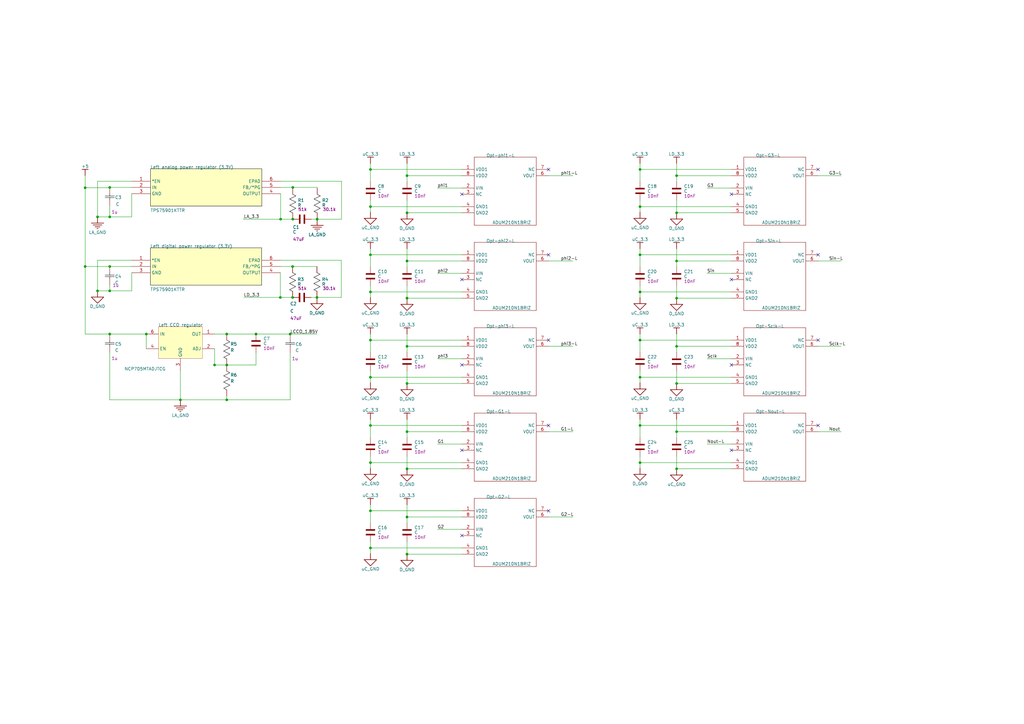
<source format=kicad_sch>
(kicad_sch (version 20250114) (generator "eeschema") (generator_version "9.0")
  (paper "A3")
  (junction (at 277.5 72.0422))
  (junction (at 88 149.7022))
  (junction (at 166.94 87.2822))
  (junction (at 166.94 72.0422))
  (junction (at 45 137.0022))
  (junction (at 45 88.9622))
  (junction (at 166.94 212.0422))
  (junction (at 277.5 122.2822))
  (junction (at 74 164.0022))
  (junction (at 277.5 142.0422))
  (junction (at 105 137.0022))
  (junction (at 93 137.0022))
  (junction (at 262.5 174.5022))
  (junction (at 119 137.0022))
  (junction (at 151.94 139.5022))
  (junction (at 151.94 154.7422))
  (junction (at 151.94 189.7422))
  (junction (at 277.5 177.0422))
  (junction (at 277.5 87.2822))
  (junction (at 262.5 84.7422))
  (junction (at 130.08 89.8822))
  (junction (at 262.5 154.7422))
  (junction (at 151.94 104.5022))
  (junction (at 262.5 119.7422))
  (junction (at 45 109.3022))
  (junction (at 115.08 89.8822))
  (junction (at 120.08 76.8822))
  (junction (at 34.92 77.0022))
  (junction (at 166.94 157.2822))
  (junction (at 166.94 227.2822))
  (junction (at 40 119.3022))
  (junction (at 277.5 157.2822))
  (junction (at 120 122.0022))
  (junction (at 130 122.0022))
  (junction (at 262.5 189.7422))
  (junction (at 277.5 107.0422))
  (junction (at 262.5 139.5022))
  (junction (at 45 119.3022))
  (junction (at 60 137.0022))
  (junction (at 151.94 174.5022))
  (junction (at 166.94 192.2822))
  (junction (at 277.5 192.2822))
  (junction (at 166.94 122.2822))
  (junction (at 93 164.0022))
  (junction (at 115 122.0022))
  (junction (at 40 88.9622))
  (junction (at 151.94 209.5022))
  (junction (at 151.94 69.5022))
  (junction (at 93 149.7022))
  (junction (at 166.94 142.0422))
  (junction (at 120.08 89.8822))
  (junction (at 262.5 69.5022))
  (junction (at 151.94 84.7422))
  (junction (at 166.94 177.0422))
  (junction (at 151.94 224.7422))
  (junction (at 166.94 107.0422))
  (junction (at 34.92 109.3022))
  (junction (at 262.5 104.5022))
  (junction (at 45 76.8822))
  (junction (at 151.94 119.7422))
  (junction (at 120 109.3022))
  (no_connect (at 225 104.5022))
  (no_connect (at 335.56 139.5022))
  (no_connect (at 189.44 79.6622))
  (no_connect (at 189.44 219.6622))
  (no_connect (at 300 79.6622))
  (no_connect (at 225 69.5022))
  (no_connect (at 189.44 149.6622))
  (no_connect (at 335.56 174.5022))
  (no_connect (at 225 174.5022))
  (no_connect (at 189.44 184.6622))
  (no_connect (at 189.44 114.6622))
  (no_connect (at 225 139.5022))
  (no_connect (at 335.56 104.5022))
  (no_connect (at 335.56 69.5022))
  (no_connect (at 225 209.5022))
  (no_connect (at 300 114.6622))
  (no_connect (at 300 184.6622))
  (no_connect (at 300 149.6622))
  (wire (pts (xy 189.44 177.0422) (xy 166.94 177.0422)))
  (wire (pts (xy 151.94 157.0022) (xy 151.94 154.7422)))
  (wire (pts (xy 166.94 227.2822) (xy 166.94 222.1222)))
  (wire (pts (xy 40 88.9622) (xy 40 74.3422)))
  (wire (pts (xy 151.94 154.7422) (xy 189.44 154.7422)))
  (wire (pts (xy 262.5 144.5022) (xy 262.5 139.5022)))
  (wire (pts (xy 262.5 84.7422) (xy 262.5 87.0022)))
  (wire (pts (xy 140.074 89.8822) (xy 140.074 74.3422)))
  (wire (pts (xy 115 106.7622) (xy 140 106.7622)))
  (wire (pts (xy 262.5 69.5022) (xy 262.5 67.0022)))
  (wire (pts (xy 119 137.0022) (xy 130 137.0022)))
  (wire (pts (xy 262.5 189.7422) (xy 262.5 187.1222)))
  (wire (pts (xy 45 84.5022) (xy 45 88.9622)))
  (wire (pts (xy 277.5 157.2822) (xy 277.5 152.1222)))
  (wire (pts (xy 151.94 102.0022) (xy 151.94 104.5022)))
  (wire (pts (xy 151.94 82.1222) (xy 151.94 84.7422)))
  (wire (pts (xy 300 174.5022) (xy 262.5 174.5022)))
  (wire (pts (xy 151.94 119.7422) (xy 151.94 117.1222)))
  (wire (pts (xy 300 192.2822) (xy 277.5 192.2822)))
  (wire (pts (xy 34.92 77.0022) (xy 34.92 72.0022)))
  (wire (pts (xy 151.94 139.5022) (xy 189.44 139.5022)))
  (wire (pts (xy 262.5 104.5022) (xy 262.5 102.0022)))
  (wire (pts (xy 54.08 76.8822) (xy 45 76.8822)))
  (wire (pts (xy 45 119.3022) (xy 40 119.3022)))
  (wire (pts (xy 100 89.8822) (xy 115.08 89.8822)))
  (wire (pts (xy 189.44 192.2822) (xy 166.94 192.2822)))
  (wire (pts (xy 300 157.2822) (xy 277.5 157.2822)))
  (wire (pts (xy 151.94 224.7422) (xy 151.94 222.1222)))
  (wire (pts (xy 45 76.8822) (xy 45 77.0022)))
  (wire (pts (xy 189.44 119.7422) (xy 151.94 119.7422)))
  (wire (pts (xy 166.94 107.0422) (xy 166.94 102.0022)))
  (wire (pts (xy 130.08 77.1822) (xy 130.08 76.8822)))
  (wire (pts (xy 335.56 72.0422) (xy 345 72.0422)))
  (wire (pts (xy 151.94 144.5022) (xy 151.94 139.5022)))
  (wire (pts (xy 151.94 209.5022) (xy 189.44 209.5022)))
  (wire (pts (xy 151.94 137.0022) (xy 151.94 139.5022)))
  (wire (pts (xy 166.94 142.0422) (xy 166.94 137.0022)))
  (wire (pts (xy 54 79.4222) (xy 54.08 79.4222)))
  (wire (pts (xy 277.5 87.2822) (xy 277.5 82.1222)))
  (wire (pts (xy 120.08 76.8822) (xy 120.08 77.1822)))
  (wire (pts (xy 151.94 119.7422) (xy 151.94 122.0022)))
  (wire (pts (xy 262.5 154.7422) (xy 262.5 157.0022)))
  (wire (pts (xy 151.94 69.5022) (xy 189.44 69.5022)))
  (wire (pts (xy 130.08 89.8822) (xy 140.074 89.8822)))
  (wire (pts (xy 119 164.0022) (xy 93 164.0022)))
  (wire (pts (xy 189.44 122.2822) (xy 166.94 122.2822)))
  (wire (pts (xy 166.94 212.0422) (xy 189.44 212.0422)))
  (wire (pts (xy 277.5 107.0422) (xy 277.5 102.0022)))
  (wire (pts (xy 189.44 72.0422) (xy 166.94 72.0422)))
  (wire (pts (xy 300 84.7422) (xy 262.5 84.7422)))
  (wire (pts (xy 166.94 192.2822) (xy 166.94 187.1222)))
  (wire (pts (xy 151.94 84.7422) (xy 151.94 87.0022)))
  (wire (pts (xy 34.92 109.3022) (xy 34.92 137.0022)))
  (wire (pts (xy 120 109.3022) (xy 130 109.3022)))
  (wire (pts (xy 300 72.0422) (xy 277.5 72.0422)))
  (wire (pts (xy 34.92 137.0022) (xy 45 137.0022)))
  (wire (pts (xy 277.5 142.0422) (xy 300 142.0422)))
  (wire (pts (xy 262.5 84.7422) (xy 262.5 82.1222)))
  (wire (pts (xy 262.5 74.5022) (xy 262.5 69.5022)))
  (wire (pts (xy 166.94 177.0422) (xy 166.94 172.0022)))
  (wire (pts (xy 189.44 112.1222) (xy 179.44 112.1222)))
  (wire (pts (xy 300 182.1222) (xy 290 182.1222)))
  (wire (pts (xy 151.94 174.5022) (xy 189.44 174.5022)))
  (wire (pts (xy 88 150.0022) (xy 88 149.7022)))
  (wire (pts (xy 300 107.0422) (xy 277.5 107.0422)))
  (wire (pts (xy 262.5 119.7422) (xy 262.5 117.1222)))
  (wire (pts (xy 40 106.7622) (xy 54.04 106.7622)))
  (wire (pts (xy 166.94 157.2822) (xy 166.94 152.1222)))
  (wire (pts (xy 225 212.0422) (xy 235 212.0422)))
  (wire (pts (xy 277.5 72.0422) (xy 277.5 74.5022)))
  (wire (pts (xy 130.08 76.8822) (xy 120.08 76.8822)))
  (wire (pts (xy 262.5 192.0022) (xy 262.5 189.7422)))
  (wire (pts (xy 140 106.7622) (xy 140 122.0022)))
  (wire (pts (xy 40 119.3022) (xy 40 106.7622)))
  (wire (pts (xy 300 122.2822) (xy 277.5 122.2822)))
  (wire (pts (xy 54.04 109.3022) (xy 45 109.3022)))
  (wire (pts (xy 115.04 79.4222) (xy 115.08 79.4222)))
  (wire (pts (xy 93 164.0022) (xy 74 164.0022)))
  (wire (pts (xy 166.94 87.2822) (xy 166.94 82.1222)))
  (wire (pts (xy 151.94 179.5022) (xy 151.94 174.5022)))
  (wire (pts (xy 262.5 69.5022) (xy 300 69.5022)))
  (wire (pts (xy 225 177.0422) (xy 235 177.0422)))
  (wire (pts (xy 189.44 147.1222) (xy 179.44 147.1222)))
  (wire (pts (xy 115 122.0022) (xy 115 111.8422)))
  (wire (pts (xy 119 137.0022) (xy 105 137.0022)))
  (wire (pts (xy 151.94 227.0022) (xy 151.94 224.7422)))
  (wire (pts (xy 45 88.9622) (xy 54 88.9622)))
  (wire (pts (xy 45 77.0022) (xy 34.92 77.0022)))
  (wire (pts (xy 120 122.0022) (xy 115 122.0022)))
  (wire (pts (xy 45 109.3022) (xy 34.92 109.3022)))
  (wire (pts (xy 151.94 192.0022) (xy 151.94 189.7422)))
  (wire (pts (xy 225 107.0422) (xy 235 107.0422)))
  (wire (pts (xy 262.5 137.0022) (xy 262.5 139.5022)))
  (wire (pts (xy 262.5 119.7422) (xy 262.5 122.0022)))
  (wire (pts (xy 105 137.0022) (xy 93 137.0022)))
  (wire (pts (xy 34.92 109.3022) (xy 34.92 77.0022)))
  (wire (pts (xy 100 122.0022) (xy 115 122.0022)))
  (wire (pts (xy 225 142.0422) (xy 235 142.0422)))
  (wire (pts (xy 262.5 109.5022) (xy 262.5 104.5022)))
  (wire (pts (xy 277.5 137.0022) (xy 277.5 142.0422)))
  (wire (pts (xy 130 122.0022) (xy 127.62 122.0022)))
  (wire (pts (xy 189.44 227.2822) (xy 166.94 227.2822)))
  (wire (pts (xy 277.5 192.2822) (xy 277.5 187.1222)))
  (wire (pts (xy 189.44 157.2822) (xy 166.94 157.2822)))
  (wire (pts (xy 300 87.2822) (xy 277.5 87.2822)))
  (wire (pts (xy 151.94 104.5022) (xy 189.44 104.5022)))
  (wire (pts (xy 262.5 104.5022) (xy 300 104.5022)))
  (wire (pts (xy 115.04 76.8822) (xy 120.08 76.8822)))
  (wire (pts (xy 262.5 139.5022) (xy 300 139.5022)))
  (wire (pts (xy 93 137.0022) (xy 88 137.0022)))
  (wire (pts (xy 115.08 89.8822) (xy 120.08 89.8822)))
  (wire (pts (xy 166.94 72.0422) (xy 166.94 67.0022)))
  (wire (pts (xy 300 147.1222) (xy 290 147.1222)))
  (wire (pts (xy 166.94 109.5022) (xy 166.94 107.0422)))
  (wire (pts (xy 300 112.1222) (xy 290 112.1222)))
  (wire (pts (xy 45 144.6222) (xy 45 164.0022)))
  (wire (pts (xy 262.5 174.5022) (xy 262.5 172.0022)))
  (wire (pts (xy 189.44 182.1222) (xy 179.44 182.1222)))
  (wire (pts (xy 189.44 87.2822) (xy 166.94 87.2822)))
  (wire (pts (xy 189.44 189.7422) (xy 151.94 189.7422)))
  (wire (pts (xy 277.5 177.0422) (xy 277.5 179.5022)))
  (wire (pts (xy 262.5 154.7422) (xy 262.5 152.1222)))
  (wire (pts (xy 74 164.0022) (xy 74 152.0022)))
  (wire (pts (xy 88 149.7022) (xy 93 149.7022)))
  (wire (pts (xy 277.5 172.0022) (xy 277.5 177.0422)))
  (wire (pts (xy 45 137.0022) (xy 60 137.0022)))
  (wire (pts (xy 151.94 69.5022) (xy 151.94 67.0022)))
  (wire (pts (xy 140.074 74.3422) (xy 115.04 74.3422)))
  (wire (pts (xy 300 77.1222) (xy 290 77.1222)))
  (wire (pts (xy 151.94 174.5022) (xy 151.94 172.0022)))
  (wire (pts (xy 166.94 122.2822) (xy 166.94 117.1222)))
  (wire (pts (xy 166.94 212.0422) (xy 166.94 207.0022)))
  (wire (pts (xy 93 162.4022) (xy 93 164.0022)))
  (wire (pts (xy 277.5 109.5022) (xy 277.5 107.0422)))
  (wire (pts (xy 300 119.7422) (xy 262.5 119.7422)))
  (wire (pts (xy 166.94 144.5022) (xy 166.94 142.0422)))
  (wire (pts (xy 151.94 189.7422) (xy 151.94 187.1222)))
  (wire (pts (xy 189.44 107.0422) (xy 166.94 107.0422)))
  (wire (pts (xy 277.5 122.2822) (xy 277.5 117.1222)))
  (wire (pts (xy 262.5 179.5022) (xy 262.5 174.5022)))
  (wire (pts (xy 151.94 74.5022) (xy 151.94 69.5022)))
  (wire (pts (xy 166.94 74.5022) (xy 166.94 72.0422)))
  (wire (pts (xy 119 144.7022) (xy 119 164.0022)))
  (wire (pts (xy 166.94 214.5022) (xy 166.94 212.0422)))
  (wire (pts (xy 300 154.7422) (xy 262.5 154.7422)))
  (wire (pts (xy 40 74.3422) (xy 54.08 74.3422)))
  (wire (pts (xy 54 119.3022) (xy 45 119.3022)))
  (wire (pts (xy 277.5 72.0422) (xy 277.5 67.0022)))
  (wire (pts (xy 115 109.3022) (xy 120 109.3022)))
  (wire (pts (xy 60 143.0022) (xy 60 137.0022)))
  (wire (pts (xy 115.08 79.4222) (xy 115.08 89.8822)))
  (wire (pts (xy 335.56 142.0422) (xy 345 142.0422)))
  (wire (pts (xy 189.44 77.1222) (xy 179.44 77.1222)))
  (wire (pts (xy 151.94 214.5022) (xy 151.94 209.5022)))
  (wire (pts (xy 189.44 142.0422) (xy 166.94 142.0422)))
  (wire (pts (xy 300 177.0422) (xy 277.5 177.0422)))
  (wire (pts (xy 105 149.7022) (xy 105 144.6222)))
  (wire (pts (xy 140 122.0022) (xy 130 122.0022)))
  (wire (pts (xy 127.7 89.8822) (xy 130.08 89.8822)))
  (wire (pts (xy 45 116.9222) (xy 45 119.3022)))
  (wire (pts (xy 166.94 177.0422) (xy 166.94 179.5022)))
  (wire (pts (xy 300 189.7422) (xy 262.5 189.7422)))
  (wire (pts (xy 335.56 107.0422) (xy 345 107.0422)))
  (wire (pts (xy 45 88.9622) (xy 40 88.9622)))
  (wire (pts (xy 225 72.0422) (xy 235 72.0422)))
  (wire (pts (xy 54 88.9622) (xy 54 79.4222)))
  (wire (pts (xy 88 149.7022) (xy 88 143.0022)))
  (wire (pts (xy 277.5 144.5022) (xy 277.5 142.0422)))
  (wire (pts (xy 54.04 111.8422) (xy 54 119.3022)))
  (wire (pts (xy 151.94 84.7422) (xy 189.44 84.7422)))
  (wire (pts (xy 119 137.0822) (xy 119 137.0022)))
  (wire (pts (xy 151.94 109.5022) (xy 151.94 104.5022)))
  (wire (pts (xy 151.94 209.5022) (xy 151.94 207.0022)))
  (wire (pts (xy 335.56 177.0422) (xy 345 177.0422)))
  (wire (pts (xy 189.44 217.1222) (xy 179.44 217.1222)))
  (wire (pts (xy 45 164.0022) (xy 74 164.0022)))
  (wire (pts (xy 189.44 224.7422) (xy 151.94 224.7422)))
  (wire (pts (xy 100 89.5022) (xy 100 89.8822)))
  (wire (pts (xy 151.94 154.7422) (xy 151.94 152.1222)))
  (wire (pts (xy 93 149.7022) (xy 105 149.7022)))
  (label "Sclk-L" (at 340 142.0422 0))
  (label "G2" (at 179.44 217.1222 0))
  (label "Sclk" (at 290 147.1222 0))
  (label "Nout-L" (at 290 182.1222 0))
  (label "G1-L" (at 230 177.0422 0))
  (label "Sin" (at 290 112.1222 0))
  (label "LD_3.3" (at 100 122.0022 0))
  (label "phi1-L" (at 230 72.0422 0))
  (label "G2-L" (at 230 212.0422 0))
  (label "LCCO_1.85V" (at 119 137.0822 0))
  (label "phi2" (at 179.44 112.1222 0))
  (label "Nout" (at 340 177.0422 0))
  (label "phi2-L" (at 230 107.0422 0))
  (label "LA_3.3" (at 100 89.8822 0))
  (label "phi3-L" (at 230 142.0422 0))
  (label "Sin-L" (at 340 107.0422 0))
  (label "phi3" (at 179.44 147.1222 0))
  (label "G3-L" (at 340 72.0422 0))
  (label "G3" (at 290 77.1222 0))
  (label "phi1" (at 179.44 77.1222 0))
  (label "G1" (at 179.44 182.1222 0))
  (symbol (lib_id "CBCM test PCB-altium-import:LA_GND_POWER_GROUND") (at 40 88.9622 0) (unit 1)
    (property "Reference" "#PWR?" (effects (hide yes)))
    (property "Value" "LA_GND" (at 40 95.3122 0))
  )
  (symbol (lib_id "130k 0603 RES:root_1_RC0603FR-07130KL_130k 0603 RES.SchLib") (at 93 149.7022 0) (unit 1)
    (property "Reference" "R5" (at 94.524 141.8282 0) (effects (justify left bottom)))
    (property "Value" "R" (at 94.524 144.3682 0) (effects (justify left bottom)))
    (property "Footprint" "RC0603N" (effects (hide yes)))
    (property "Description" "Imported" (effects (hide yes)))
    (property "VENDOR" "Yageo" (effects (hide yes)))
    (property "BUILT_BY" "EMA_UL_Team" (effects (hide yes)))
    (property "REFDES" "RefDes" (effects (hide yes)))
    (property "TYPE" "DEV" (effects (hide yes)))
    (property "ALTIUM_VALUE" "130k" (effects (hide yes)))
    (property "C" "Copyright (C) 2015 Accelerated Designs. All rights reserved" (effects (hide yes)))
    (property "MANUFACTURER PART NUMBER" "RC0603FR-07130KL" (effects (hide yes)))
  )
  (symbol (lib_id "ADUM210N1BRIZ:root_0_ADUM210N1BRIZ_ADUM210N1BRIZ.SchLib") (at 207.22 214.5822 0) (unit 1)
    (property "Reference" "Opt-G2-L" (at 199.44 204.5022 0) (effects (justify left bottom)))
    (property "Value" "ADUM210N1BRIZ" (at 201.94 232.0022 0) (effects (justify left bottom)))
    (property "Footprint" "SOIC127P1150X330-8N" (effects (hide yes)))
    (property "Description" "Digital isolator 1-CH 8-Pin SOIC T/R" (effects (hide yes)))
    (property "DIGI-KEY_PURCHASE_URL" "https://www.digikey.ca/product-detail/en/analog-devices-inc/ADUM210N1BRIZ/ADUM210N1BRIZ-ND/6072296" (effects (hide yes)))
    (property "PACKAGE" "SOIC8" (effects (hide yes)))
    (property "DIGI-KEY_PART_NUMBER" "ADUM210N1BRIZ-ND" (effects (hide yes)))
    (property "MF" "Analog Devices" (effects (hide yes)))
    (property "SNAPEDA_LINK" "https://www.snapeda.com/parts/ACPL-072L-500E/Broadcom/view-part/?ref=snap" (effects (hide yes)))
    (property "ALTIUM_VALUE" "*" (effects (hide yes)))
    (property "MANUFACTURER PART NUMBER" "ADUM210N1BRIZ" (effects (hide yes)))
  )
  (symbol (lib_id "CBCM test PCB-altium-import:uC_3.3_BAR") (at 277.5 172.0022 180) (unit 1)
    (property "Reference" "#PWR?" (effects (hide yes)))
    (property "Value" "uC_3.3" (at 277.5 168.1922 0))
  )
  (symbol (lib_id "CBCM test PCB-altium-import:uC_GND_SIGNAL_GROUND") (at 262.5 87.0022 0) (unit 1)
    (property "Reference" "#PWR?" (effects (hide yes)))
    (property "Value" "uC_GND" (at 262.5 93.3522 0))
  )
  (symbol (lib_id "1uF 0603 CAP:root_1_GRM188R60J105KA0_1uF 0603 CAP.SchLib") (at 45 116.9222 0) (unit 1)
    (property "Reference" "C4" (at 47.159 114.1282 0) (effects (justify left bottom)))
    (property "Value" "C" (at 47.159 116.6682 0) (effects (justify left bottom)))
    (property "Footprint" "CAP_GRM_188" (effects (hide yes)))
    (property "Description" "Imported" (effects (hide yes)))
    (property "VENDOR" "Murata" (effects (hide yes)))
    (property "BUILT_BY" "EMA_UL_Team" (effects (hide yes)))
    (property "REFDES" "RefDes" (effects (hide yes)))
    (property "TYPE" "DEV" (effects (hide yes)))
    (property "ALTIUM_VALUE" "1u" (at 47.5 117.0022 0))
    (property "C" "Copyright (C) 2015 Accelerated Designs. All rights reserved" (effects (hide yes)))
    (property "MANUFACTURER PART NUMBER" "GRM188R60J105KA01D" (effects (hide yes)))
  )
  (symbol (lib_id "51kOhm 0603 RES:root_1_RR0816P-513-D_51kOhm 0603 RES.SchLib") (at 120 122.0022 0) (unit 1)
    (property "Reference" "R3" (at 122 115.3022 0) (effects (justify left bottom)))
    (property "Value" "R" (at 122 117.3022 0) (effects (justify left bottom)))
    (property "Footprint" "RES_0816" (effects (hide yes)))
    (property "Description" "Imported" (effects (hide yes)))
    (property "VENDOR" "Susumu" (effects (hide yes)))
    (property "BUILT_BY" "EMA_UL_Team" (effects (hide yes)))
    (property "REFDES" "RefDes" (effects (hide yes)))
    (property "TYPE" "DEV" (effects (hide yes)))
    (property "ALTIUM_VALUE" "51k" (at 124 118.3022 0))
    (property "C" "Copyright (C) 2015 Accelerated Designs. All rights reserved" (effects (hide yes)))
    (property "MANUFACTURER PART NUMBER" "RR0816P-513-D" (effects (hide yes)))
  )
  (symbol (lib_id "30.1kOhm 0603 RES:root_1_RT0603BRD0730K1L_30.1kOhm 0603 RES.SchLib") (at 130 122.0022 0) (unit 1)
    (property "Reference" "R4" (at 132 115.3022 0) (effects (justify left bottom)))
    (property "Value" "R" (at 132 117.3022 0) (effects (justify left bottom)))
    (property "Footprint" "RC0603N" (effects (hide yes)))
    (property "Description" "Imported" (effects (hide yes)))
    (property "VENDOR" "Yageo" (effects (hide yes)))
    (property "BUILT_BY" "EMA_UL_Team" (effects (hide yes)))
    (property "REFDES" "RefDes" (effects (hide yes)))
    (property "TYPE" "DEV" (effects (hide yes)))
    (property "ALTIUM_VALUE" "30.1k" (at 135 118.3022 0))
    (property "C" "Copyright (C) 2015 Accelerated Designs. All rights reserved" (effects (hide yes)))
    (property "MANUFACTURER PART NUMBER" "RT0603BRD0730K1L" (effects (hide yes)))
  )
  (symbol (lib_id "CBCM test PCB-altium-import:D_GND_SIGNAL_GROUND") (at 166.94 227.2822 0) (unit 1)
    (property "Reference" "#PWR?" (effects (hide yes)))
    (property "Value" "D_GND" (at 166.94 233.6322 0))
  )
  (symbol (lib_id "10nF 0603 CAP:root_1_GRM1885C1H103JA01D_10nF 0603 CAP.SchLib") (at 105 142.0822 0) (unit 1)
    (property "Reference" "C7" (at 108 139.6222 0) (effects (justify left bottom)))
    (property "Value" "C" (at 108 141.6222 0) (effects (justify left bottom)))
    (property "Footprint" "CAPC1608X9N" (effects (hide yes)))
    (property "Description" "Multilayer Ceramic Capacitor, GRM Series, 0.01 F, 5%, C0G / NP0, 50 V, 0603 [1608 Metric]" (effects (hide yes)))
    (property "MF" "Murata" (effects (hide yes)))
    (property "PACKAGE" "0603 Murata" (effects (hide yes)))
    (property "DIGI-KEY_PURCHASE_URL" "https://www.digikey.ca/product-detail/en/murata-electronics-north-america/GRM1885C1H103JA01D/490-9666-1-ND/4934772?utm_source=snapeda&utm_medium=aggregator&utm_campaign=symbol" (effects (hide yes)))
    (property "DIGI-KEY_PART_NUMBER" "490-9666-1-ND" (effects (hide yes)))
    (property "SNAPEDA_LINK" "https://www.snapeda.com/parts/GRM1885C1H103JA01D/Murata%20Electronics%20North%20America/view-part/?ref=snap" (effects (hide yes)))
    (property "ALTIUM_VALUE" "10nF" (at 108 143.6222 0) (effects (justify left bottom)))
    (property "MANUFACTURER PART NUMBER" "GRM1885C1H103JA01D" (effects (hide yes)))
  )
  (symbol (lib_id "CBCM test PCB-altium-import:uC_3.3_BAR") (at 151.94 172.0022 180) (unit 1)
    (property "Reference" "#PWR?" (effects (hide yes)))
    (property "Value" "uC_3.3" (at 151.94 168.1922 0))
  )
  (symbol (lib_id "CBCM test PCB-altium-import:uC_GND_SIGNAL_GROUND") (at 151.94 87.0022 0) (unit 1)
    (property "Reference" "#PWR?" (effects (hide yes)))
    (property "Value" "uC_GND" (at 151.94 93.3522 0))
  )
  (symbol (lib_id "CBCM test PCB-altium-import:D_GND_SIGNAL_GROUND") (at 166.94 122.2822 0) (unit 1)
    (property "Reference" "#PWR?" (effects (hide yes)))
    (property "Value" "D_GND" (at 166.94 128.6322 0))
  )
  (symbol (lib_id "CBCM test PCB-altium-import:D_GND_SIGNAL_GROUND") (at 277.5 87.2822 0) (unit 1)
    (property "Reference" "#PWR?" (effects (hide yes)))
    (property "Value" "D_GND" (at 277.5 93.6322 0))
  )
  (symbol (lib_id "CBCM test PCB-altium-import:uC_GND_SIGNAL_GROUND") (at 262.5 122.0022 0) (unit 1)
    (property "Reference" "#PWR?" (effects (hide yes)))
    (property "Value" "uC_GND" (at 262.5 128.3522 0))
  )
  (symbol (lib_id "10nF 0603 CAP:root_1_GRM1885C1H103JA01D_10nF 0603 CAP.SchLib") (at 262.5 114.5822 0) (unit 1)
    (property "Reference" "C20" (at 265.5 112.1222 0) (effects (justify left bottom)))
    (property "Value" "C" (at 265.5 114.1222 0) (effects (justify left bottom)))
    (property "Footprint" "CAPC1608X9N" (effects (hide yes)))
    (property "Description" "Multilayer Ceramic Capacitor, GRM Series, 0.01 F, 5%, C0G / NP0, 50 V, 0603 [1608 Metric]" (effects (hide yes)))
    (property "MF" "Murata" (effects (hide yes)))
    (property "PACKAGE" "0603 Murata" (effects (hide yes)))
    (property "DIGI-KEY_PURCHASE_URL" "https://www.digikey.ca/product-detail/en/murata-electronics-north-america/GRM1885C1H103JA01D/490-9666-1-ND/4934772?utm_source=snapeda&utm_medium=aggregator&utm_campaign=symbol" (effects (hide yes)))
    (property "DIGI-KEY_PART_NUMBER" "490-9666-1-ND" (effects (hide yes)))
    (property "SNAPEDA_LINK" "https://www.snapeda.com/parts/GRM1885C1H103JA01D/Murata%20Electronics%20North%20America/view-part/?ref=snap" (effects (hide yes)))
    (property "ALTIUM_VALUE" "10nF" (at 265.5 116.1222 0) (effects (justify left bottom)))
    (property "MANUFACTURER PART NUMBER" "GRM1885C1H103JA01D" (effects (hide yes)))
  )
  (symbol (lib_id "10nF 0603 CAP:root_1_GRM1885C1H103JA01D_10nF 0603 CAP.SchLib") (at 166.94 219.5822 0) (unit 1)
    (property "Reference" "C17" (at 169.94 217.1222 0) (effects (justify left bottom)))
    (property "Value" "C" (at 169.94 219.1222 0) (effects (justify left bottom)))
    (property "Footprint" "CAPC1608X9N" (effects (hide yes)))
    (property "Description" "Multilayer Ceramic Capacitor, GRM Series, 0.01 F, 5%, C0G / NP0, 50 V, 0603 [1608 Metric]" (effects (hide yes)))
    (property "MF" "Murata" (effects (hide yes)))
    (property "PACKAGE" "0603 Murata" (effects (hide yes)))
    (property "DIGI-KEY_PURCHASE_URL" "https://www.digikey.ca/product-detail/en/murata-electronics-north-america/GRM1885C1H103JA01D/490-9666-1-ND/4934772?utm_source=snapeda&utm_medium=aggregator&utm_campaign=symbol" (effects (hide yes)))
    (property "DIGI-KEY_PART_NUMBER" "490-9666-1-ND" (effects (hide yes)))
    (property "SNAPEDA_LINK" "https://www.snapeda.com/parts/GRM1885C1H103JA01D/Murata%20Electronics%20North%20America/view-part/?ref=snap" (effects (hide yes)))
    (property "ALTIUM_VALUE" "10nF" (at 169.94 221.1222 0) (effects (justify left bottom)))
    (property "MANUFACTURER PART NUMBER" "GRM1885C1H103JA01D" (effects (hide yes)))
  )
  (symbol (lib_id "10nF 0603 CAP:root_1_GRM1885C1H103JA01D_10nF 0603 CAP.SchLib") (at 262.5 79.5822 0) (unit 1)
    (property "Reference" "C18" (at 265.5 77.1222 0) (effects (justify left bottom)))
    (property "Value" "C" (at 265.5 79.1222 0) (effects (justify left bottom)))
    (property "Footprint" "CAPC1608X9N" (effects (hide yes)))
    (property "Description" "Multilayer Ceramic Capacitor, GRM Series, 0.01 F, 5%, C0G / NP0, 50 V, 0603 [1608 Metric]" (effects (hide yes)))
    (property "MF" "Murata" (effects (hide yes)))
    (property "PACKAGE" "0603 Murata" (effects (hide yes)))
    (property "DIGI-KEY_PURCHASE_URL" "https://www.digikey.ca/product-detail/en/murata-electronics-north-america/GRM1885C1H103JA01D/490-9666-1-ND/4934772?utm_source=snapeda&utm_medium=aggregator&utm_campaign=symbol" (effects (hide yes)))
    (property "DIGI-KEY_PART_NUMBER" "490-9666-1-ND" (effects (hide yes)))
    (property "SNAPEDA_LINK" "https://www.snapeda.com/parts/GRM1885C1H103JA01D/Murata%20Electronics%20North%20America/view-part/?ref=snap" (effects (hide yes)))
    (property "ALTIUM_VALUE" "10nF" (at 265.5 81.1222 0) (effects (justify left bottom)))
    (property "MANUFACTURER PART NUMBER" "GRM1885C1H103JA01D" (effects (hide yes)))
  )
  (symbol (lib_id "10nF 0603 CAP:root_1_GRM1885C1H103JA01D_10nF 0603 CAP.SchLib") (at 166.94 184.5822 0) (unit 1)
    (property "Reference" "C15" (at 169.94 182.1222 0) (effects (justify left bottom)))
    (property "Value" "C" (at 169.94 184.1222 0) (effects (justify left bottom)))
    (property "Footprint" "CAPC1608X9N" (effects (hide yes)))
    (property "Description" "Multilayer Ceramic Capacitor, GRM Series, 0.01 F, 5%, C0G / NP0, 50 V, 0603 [1608 Metric]" (effects (hide yes)))
    (property "MF" "Murata" (effects (hide yes)))
    (property "PACKAGE" "0603 Murata" (effects (hide yes)))
    (property "DIGI-KEY_PURCHASE_URL" "https://www.digikey.ca/product-detail/en/murata-electronics-north-america/GRM1885C1H103JA01D/490-9666-1-ND/4934772?utm_source=snapeda&utm_medium=aggregator&utm_campaign=symbol" (effects (hide yes)))
    (property "DIGI-KEY_PART_NUMBER" "490-9666-1-ND" (effects (hide yes)))
    (property "SNAPEDA_LINK" "https://www.snapeda.com/parts/GRM1885C1H103JA01D/Murata%20Electronics%20North%20America/view-part/?ref=snap" (effects (hide yes)))
    (property "ALTIUM_VALUE" "10nF" (at 169.94 186.1222 0) (effects (justify left bottom)))
    (property "MANUFACTURER PART NUMBER" "GRM1885C1H103JA01D" (effects (hide yes)))
  )
  (symbol (lib_id "30.1kOhm 0603 RES:root_1_RT0603BRD0730K1L_30.1kOhm 0603 RES.SchLib") (at 130.08 89.8822 0) (unit 1)
    (property "Reference" "R2" (at 132.08 82.8822 0) (effects (justify left bottom)))
    (property "Value" "R" (at 132.08 84.8822 0) (effects (justify left bottom)))
    (property "Footprint" "RC0603N" (effects (hide yes)))
    (property "Description" "Imported" (effects (hide yes)))
    (property "VENDOR" "Yageo" (effects (hide yes)))
    (property "BUILT_BY" "EMA_UL_Team" (effects (hide yes)))
    (property "REFDES" "RefDes" (effects (hide yes)))
    (property "TYPE" "DEV" (effects (hide yes)))
    (property "ALTIUM_VALUE" "30.1k" (at 135.08 85.8822 0))
    (property "C" "Copyright (C) 2015 Accelerated Designs. All rights reserved" (effects (hide yes)))
    (property "MANUFACTURER PART NUMBER" "RT0603BRD0730K1L" (effects (hide yes)))
  )
  (symbol (lib_id "CBCM test PCB-altium-import:LD_3.3_BAR") (at 277.5 102.0022 180) (unit 1)
    (property "Reference" "#PWR?" (effects (hide yes)))
    (property "Value" "LD_3.3" (at 277.5 98.1922 0))
  )
  (symbol (lib_id "CBCM test PCB-altium-import:LD_3.3_BAR") (at 166.94 67.0022 180) (unit 1)
    (property "Reference" "#PWR?" (effects (hide yes)))
    (property "Value" "LD_3.3" (at 166.94 63.1922 0))
  )
  (symbol (lib_id "CBCM test PCB-altium-import:D_GND_SIGNAL_GROUND") (at 277.5 122.2822 0) (unit 1)
    (property "Reference" "#PWR?" (effects (hide yes)))
    (property "Value" "D_GND" (at 277.5 128.6322 0))
  )
  (symbol (lib_id "CBCM test PCB-altium-import:uC_3.3_BAR") (at 262.5 102.0022 180) (unit 1)
    (property "Reference" "#PWR?" (effects (hide yes)))
    (property "Value" "uC_3.3" (at 262.5 98.1922 0))
  )
  (symbol (lib_id "CBCM test PCB-altium-import:LD_3.3_BAR") (at 166.94 172.0022 180) (unit 1)
    (property "Reference" "#PWR?" (effects (hide yes)))
    (property "Value" "LD_3.3" (at 166.94 168.1922 0))
  )
  (symbol (lib_id "1uF 0603 CAP:root_1_GRM188R60J105KA0_1uF 0603 CAP.SchLib") (at 45 84.5022 0) (unit 1)
    (property "Reference" "C3" (at 47.159 81.7082 0) (effects (justify left bottom)))
    (property "Value" "C" (at 47.5 84.5022 0) (effects (justify left bottom)))
    (property "Footprint" "CAP_GRM_188" (effects (hide yes)))
    (property "Description" "Imported" (effects (hide yes)))
    (property "VENDOR" "Murata" (effects (hide yes)))
    (property "BUILT_BY" "EMA_UL_Team" (effects (hide yes)))
    (property "REFDES" "RefDes" (effects (hide yes)))
    (property "TYPE" "DEV" (effects (hide yes)))
    (property "ALTIUM_VALUE" "1u" (at 47 86.9622 0))
    (property "C" "Copyright (C) 2015 Accelerated Designs. All rights reserved" (effects (hide yes)))
    (property "MANUFACTURER PART NUMBER" "GRM188R60J105KA01D" (effects (hide yes)))
  )
  (symbol (lib_id "10nF 0603 CAP:root_1_GRM1885C1H103JA01D_10nF 0603 CAP.SchLib") (at 262.5 149.5822 0) (unit 1)
    (property "Reference" "C22" (at 265.5 147.1222 0) (effects (justify left bottom)))
    (property "Value" "C" (at 265.5 149.1222 0) (effects (justify left bottom)))
    (property "Footprint" "CAPC1608X9N" (effects (hide yes)))
    (property "Description" "Multilayer Ceramic Capacitor, GRM Series, 0.01 F, 5%, C0G / NP0, 50 V, 0603 [1608 Metric]" (effects (hide yes)))
    (property "MF" "Murata" (effects (hide yes)))
    (property "PACKAGE" "0603 Murata" (effects (hide yes)))
    (property "DIGI-KEY_PURCHASE_URL" "https://www.digikey.ca/product-detail/en/murata-electronics-north-america/GRM1885C1H103JA01D/490-9666-1-ND/4934772?utm_source=snapeda&utm_medium=aggregator&utm_campaign=symbol" (effects (hide yes)))
    (property "DIGI-KEY_PART_NUMBER" "490-9666-1-ND" (effects (hide yes)))
    (property "SNAPEDA_LINK" "https://www.snapeda.com/parts/GRM1885C1H103JA01D/Murata%20Electronics%20North%20America/view-part/?ref=snap" (effects (hide yes)))
    (property "ALTIUM_VALUE" "10nF" (at 265.5 151.1222 0) (effects (justify left bottom)))
    (property "MANUFACTURER PART NUMBER" "GRM1885C1H103JA01D" (effects (hide yes)))
  )
  (symbol (lib_id "CBCM test PCB-altium-import:uC_3.3_BAR") (at 151.94 67.0022 180) (unit 1)
    (property "Reference" "#PWR?" (effects (hide yes)))
    (property "Value" "uC_3.3" (at 151.94 63.1922 0))
  )
  (symbol (lib_id "ADUM210N1BRIZ:root_0_ADUM210N1BRIZ_ADUM210N1BRIZ.SchLib") (at 207.22 144.5822 0) (unit 1)
    (property "Reference" "Opt-phi3-L" (at 199.44 134.5022 0) (effects (justify left bottom)))
    (property "Value" "ADUM210N1BRIZ" (at 201.94 162.0022 0) (effects (justify left bottom)))
    (property "Footprint" "SOIC127P1150X330-8N" (effects (hide yes)))
    (property "Description" "Digital isolator 1-CH 8-Pin SOIC T/R" (effects (hide yes)))
    (property "DIGI-KEY_PURCHASE_URL" "https://www.digikey.ca/product-detail/en/analog-devices-inc/ADUM210N1BRIZ/ADUM210N1BRIZ-ND/6072296" (effects (hide yes)))
    (property "PACKAGE" "SOIC8" (effects (hide yes)))
    (property "DIGI-KEY_PART_NUMBER" "ADUM210N1BRIZ-ND" (effects (hide yes)))
    (property "MF" "Analog Devices" (effects (hide yes)))
    (property "SNAPEDA_LINK" "https://www.snapeda.com/parts/ACPL-072L-500E/Broadcom/view-part/?ref=snap" (effects (hide yes)))
    (property "ALTIUM_VALUE" "*" (effects (hide yes)))
    (property "MANUFACTURER PART NUMBER" "ADUM210N1BRIZ" (effects (hide yes)))
  )
  (symbol (lib_id "ADUM210N1BRIZ:root_0_ADUM210N1BRIZ_ADUM210N1BRIZ.SchLib") (at 317.78 144.5822 0) (unit 1)
    (property "Reference" "Opt-Sclk-L" (at 310 134.5022 0) (effects (justify left bottom)))
    (property "Value" "ADUM210N1BRIZ" (at 312.5 162.0022 0) (effects (justify left bottom)))
    (property "Footprint" "SOIC127P1150X330-8N" (effects (hide yes)))
    (property "Description" "Digital isolator 1-CH 8-Pin SOIC T/R" (effects (hide yes)))
    (property "DIGI-KEY_PURCHASE_URL" "https://www.digikey.ca/product-detail/en/analog-devices-inc/ADUM210N1BRIZ/ADUM210N1BRIZ-ND/6072296" (effects (hide yes)))
    (property "PACKAGE" "SOIC8" (effects (hide yes)))
    (property "DIGI-KEY_PART_NUMBER" "ADUM210N1BRIZ-ND" (effects (hide yes)))
    (property "MF" "Analog Devices" (effects (hide yes)))
    (property "SNAPEDA_LINK" "https://www.snapeda.com/parts/ACPL-072L-500E/Broadcom/view-part/?ref=snap" (effects (hide yes)))
    (property "ALTIUM_VALUE" "*" (effects (hide yes)))
    (property "MANUFACTURER PART NUMBER" "ADUM210N1BRIZ" (effects (hide yes)))
  )
  (symbol (lib_id "ADUM210N1BRIZ:root_0_ADUM210N1BRIZ_ADUM210N1BRIZ.SchLib") (at 207.22 179.5822 0) (unit 1)
    (property "Reference" "Opt-G1-L" (at 199.44 169.5022 0) (effects (justify left bottom)))
    (property "Value" "ADUM210N1BRIZ" (at 201.94 197.0022 0) (effects (justify left bottom)))
    (property "Footprint" "SOIC127P1150X330-8N" (effects (hide yes)))
    (property "Description" "Digital isolator 1-CH 8-Pin SOIC T/R" (effects (hide yes)))
    (property "DIGI-KEY_PURCHASE_URL" "https://www.digikey.ca/product-detail/en/analog-devices-inc/ADUM210N1BRIZ/ADUM210N1BRIZ-ND/6072296" (effects (hide yes)))
    (property "PACKAGE" "SOIC8" (effects (hide yes)))
    (property "DIGI-KEY_PART_NUMBER" "ADUM210N1BRIZ-ND" (effects (hide yes)))
    (property "MF" "Analog Devices" (effects (hide yes)))
    (property "SNAPEDA_LINK" "https://www.snapeda.com/parts/ACPL-072L-500E/Broadcom/view-part/?ref=snap" (effects (hide yes)))
    (property "ALTIUM_VALUE" "*" (effects (hide yes)))
    (property "MANUFACTURER PART NUMBER" "ADUM210N1BRIZ" (effects (hide yes)))
  )
  (symbol (lib_id "ADUM210N1BRIZ:root_0_ADUM210N1BRIZ_ADUM210N1BRIZ.SchLib") (at 207.22 109.5822 0) (unit 1)
    (property "Reference" "Opt-phi2-L" (at 199.44 99.5022 0) (effects (justify left bottom)))
    (property "Value" "ADUM210N1BRIZ" (at 201.94 127.0022 0) (effects (justify left bottom)))
    (property "Footprint" "SOIC127P1150X330-8N" (effects (hide yes)))
    (property "Description" "Digital isolator 1-CH 8-Pin SOIC T/R" (effects (hide yes)))
    (property "DIGI-KEY_PURCHASE_URL" "https://www.digikey.ca/product-detail/en/analog-devices-inc/ADUM210N1BRIZ/ADUM210N1BRIZ-ND/6072296" (effects (hide yes)))
    (property "PACKAGE" "SOIC8" (effects (hide yes)))
    (property "DIGI-KEY_PART_NUMBER" "ADUM210N1BRIZ-ND" (effects (hide yes)))
    (property "MF" "Analog Devices" (effects (hide yes)))
    (property "SNAPEDA_LINK" "https://www.snapeda.com/parts/ACPL-072L-500E/Broadcom/view-part/?ref=snap" (effects (hide yes)))
    (property "ALTIUM_VALUE" "*" (effects (hide yes)))
    (property "MANUFACTURER PART NUMBER" "ADUM210N1BRIZ" (effects (hide yes)))
  )
  (symbol (lib_id "10nF 0603 CAP:root_1_GRM1885C1H103JA01D_10nF 0603 CAP.SchLib") (at 277.5 184.5822 0) (unit 1)
    (property "Reference" "C25" (at 280.5 182.1222 0) (effects (justify left bottom)))
    (property "Value" "C" (at 280.5 184.1222 0) (effects (justify left bottom)))
    (property "Footprint" "CAPC1608X9N" (effects (hide yes)))
    (property "Description" "Multilayer Ceramic Capacitor, GRM Series, 0.01 F, 5%, C0G / NP0, 50 V, 0603 [1608 Metric]" (effects (hide yes)))
    (property "MF" "Murata" (effects (hide yes)))
    (property "PACKAGE" "0603 Murata" (effects (hide yes)))
    (property "DIGI-KEY_PURCHASE_URL" "https://www.digikey.ca/product-detail/en/murata-electronics-north-america/GRM1885C1H103JA01D/490-9666-1-ND/4934772?utm_source=snapeda&utm_medium=aggregator&utm_campaign=symbol" (effects (hide yes)))
    (property "DIGI-KEY_PART_NUMBER" "490-9666-1-ND" (effects (hide yes)))
    (property "SNAPEDA_LINK" "https://www.snapeda.com/parts/GRM1885C1H103JA01D/Murata%20Electronics%20North%20America/view-part/?ref=snap" (effects (hide yes)))
    (property "ALTIUM_VALUE" "10nF" (at 280.5 186.1222 0) (effects (justify left bottom)))
    (property "MANUFACTURER PART NUMBER" "GRM1885C1H103JA01D" (effects (hide yes)))
  )
  (symbol (lib_id "TPS75901KTTR:root_0_TPS75901KTTR_TPS75901KTTR.SchLib") (at 54.04 106.7622 0) (unit 1)
    (property "Reference" "Left digital power regulator (3.3V)" (at 61.66 101.6822 0) (effects (justify left bottom)))
    (property "Value" "TPS75901KTTR" (at 61.66 119.4622 0) (effects (justify left bottom)))
    (property "Footprint" "TO-263-5" (effects (hide yes)))
    (property "Description" "Imported" (effects (hide yes)))
    (property "VENDOR" "Texas Instruments" (effects (hide yes)))
    (property "MANUFACTURER" "Texas Instruments" (effects (hide yes)))
    (property "BUILT_BY" "EMA_UL_Team" (effects (hide yes)))
    (property "REFDES" "RefDes" (effects (hide yes)))
    (property "TYPE" "DEV" (effects (hide yes)))
    (property "ALTIUM_VALUE" "Value" (effects (hide yes)))
    (property "C" "Copyright (C) 2015 Accelerated Designs. All rights reserved" (effects (hide yes)))
    (property "MANUFACTURER PART NUMBER" "TPS75901KTTR" (effects (hide yes)))
  )
  (symbol (lib_id "CBCM test PCB-altium-import:D_GND_SIGNAL_GROUND") (at 166.94 87.2822 0) (unit 1)
    (property "Reference" "#PWR?" (effects (hide yes)))
    (property "Value" "D_GND" (at 166.94 93.6322 0))
  )
  (symbol (lib_id "CBCM test PCB-altium-import:uC_3.3_BAR") (at 262.5 67.0022 180) (unit 1)
    (property "Reference" "#PWR?" (effects (hide yes)))
    (property "Value" "uC_3.3" (at 262.5 63.1922 0))
  )
  (symbol (lib_id "10nF 0603 CAP:root_1_GRM1885C1H103JA01D_10nF 0603 CAP.SchLib") (at 151.94 184.5822 0) (unit 1)
    (property "Reference" "C14" (at 154.94 182.1222 0) (effects (justify left bottom)))
    (property "Value" "C" (at 154.94 184.1222 0) (effects (justify left bottom)))
    (property "Footprint" "CAPC1608X9N" (effects (hide yes)))
    (property "Description" "Multilayer Ceramic Capacitor, GRM Series, 0.01 F, 5%, C0G / NP0, 50 V, 0603 [1608 Metric]" (effects (hide yes)))
    (property "MF" "Murata" (effects (hide yes)))
    (property "PACKAGE" "0603 Murata" (effects (hide yes)))
    (property "DIGI-KEY_PURCHASE_URL" "https://www.digikey.ca/product-detail/en/murata-electronics-north-america/GRM1885C1H103JA01D/490-9666-1-ND/4934772?utm_source=snapeda&utm_medium=aggregator&utm_campaign=symbol" (effects (hide yes)))
    (property "DIGI-KEY_PART_NUMBER" "490-9666-1-ND" (effects (hide yes)))
    (property "SNAPEDA_LINK" "https://www.snapeda.com/parts/GRM1885C1H103JA01D/Murata%20Electronics%20North%20America/view-part/?ref=snap" (effects (hide yes)))
    (property "ALTIUM_VALUE" "10nF" (at 154.94 186.1222 0) (effects (justify left bottom)))
    (property "MANUFACTURER PART NUMBER" "GRM1885C1H103JA01D" (effects (hide yes)))
  )
  (symbol (lib_id "47uF 0603  CAP:root_0_GRM188R60G476ME15D_47uF 0603  CAP.SchLib") (at 122.54 122.0022 0) (unit 1)
    (property "Reference" "C2" (at 119 125.3022 0) (effects (justify left bottom)))
    (property "Value" "C" (at 119 128.3022 0) (effects (justify left bottom)))
    (property "Footprint" "CAPC1608X9N" (effects (hide yes)))
    (property "Description" "Multilayer Ceramic Capacitors - 47uF 4V X5R 20% Pad SMD 0603 85C T/R" (effects (hide yes)))
    (property "DIGI-KEY_PART_NUMBER" "490-13246-1-ND" (effects (hide yes)))
    (property "SNAPEDA_LINK" "https://www.snapeda.com/parts/GRM188R60G476ME15D/Murata%2520Electronics%2520North%2520America/view-part/?ref=snap" (effects (hide yes)))
    (property "MF" "Murata" (effects (hide yes)))
    (property "PACKAGE" "0603 Murata" (effects (hide yes)))
    (property "DIGI-KEY_PURCHASE_URL" "https://www.digikey.ca/product-detail/en/murata-electronics-north-america/GRM188R60G476ME15D/490-13246-1-ND/5877454?utm_source=snapeda&utm_medium=aggregator&utm_campaign=symbol" (effects (hide yes)))
    (property "ALTIUM_VALUE" "47uF" (at 119 131.3022 0) (effects (justify left bottom)))
    (property "MANUFACTURER PART NUMBER" "GRM188R60G476ME15D" (effects (hide yes)))
  )
  (symbol (lib_id "1uF 0603 CAP:root_1_GRM188R60J105KA0_1uF 0603 CAP.SchLib") (at 119 144.7022 0) (unit 1)
    (property "Reference" "C6" (at 121.159 141.9082 0) (effects (justify left bottom)))
    (property "Value" "C" (at 121.159 144.4482 0) (effects (justify left bottom)))
    (property "Footprint" "CAP_GRM_188" (effects (hide yes)))
    (property "Description" "Imported" (effects (hide yes)))
    (property "VENDOR" "Murata" (effects (hide yes)))
    (property "BUILT_BY" "EMA_UL_Team" (effects (hide yes)))
    (property "REFDES" "RefDes" (effects (hide yes)))
    (property "TYPE" "DEV" (effects (hide yes)))
    (property "ALTIUM_VALUE" "1u" (at 121 147.0822 0))
    (property "C" "Copyright (C) 2015 Accelerated Designs. All rights reserved" (effects (hide yes)))
    (property "MANUFACTURER PART NUMBER" "GRM188R60J105KA01D" (effects (hide yes)))
  )
  (symbol (lib_id "10nF 0603 CAP:root_1_GRM1885C1H103JA01D_10nF 0603 CAP.SchLib") (at 262.5 184.5822 0) (unit 1)
    (property "Reference" "C24" (at 265.5 182.1222 0) (effects (justify left bottom)))
    (property "Value" "C" (at 265.5 184.1222 0) (effects (justify left bottom)))
    (property "Footprint" "CAPC1608X9N" (effects (hide yes)))
    (property "Description" "Multilayer Ceramic Capacitor, GRM Series, 0.01 F, 5%, C0G / NP0, 50 V, 0603 [1608 Metric]" (effects (hide yes)))
    (property "MF" "Murata" (effects (hide yes)))
    (property "PACKAGE" "0603 Murata" (effects (hide yes)))
    (property "DIGI-KEY_PURCHASE_URL" "https://www.digikey.ca/product-detail/en/murata-electronics-north-america/GRM1885C1H103JA01D/490-9666-1-ND/4934772?utm_source=snapeda&utm_medium=aggregator&utm_campaign=symbol" (effects (hide yes)))
    (property "DIGI-KEY_PART_NUMBER" "490-9666-1-ND" (effects (hide yes)))
    (property "SNAPEDA_LINK" "https://www.snapeda.com/parts/GRM1885C1H103JA01D/Murata%20Electronics%20North%20America/view-part/?ref=snap" (effects (hide yes)))
    (property "ALTIUM_VALUE" "10nF" (at 265.5 186.1222 0) (effects (justify left bottom)))
    (property "MANUFACTURER PART NUMBER" "GRM1885C1H103JA01D" (effects (hide yes)))
  )
  (symbol (lib_id "CBCM test PCB-altium-import:+5_BAR") (at 34.92 72.0022 180) (unit 1)
    (property "Reference" "#PWR?" (effects (hide yes)))
    (property "Value" "+5" (at 34.92 68.1922 0))
  )
  (symbol (lib_id "10nF 0603 CAP:root_1_GRM1885C1H103JA01D_10nF 0603 CAP.SchLib") (at 166.94 79.5822 0) (unit 1)
    (property "Reference" "C9" (at 169.94 77.1222 0) (effects (justify left bottom)))
    (property "Value" "C" (at 169.94 79.1222 0) (effects (justify left bottom)))
    (property "Footprint" "CAPC1608X9N" (effects (hide yes)))
    (property "Description" "Multilayer Ceramic Capacitor, GRM Series, 0.01 F, 5%, C0G / NP0, 50 V, 0603 [1608 Metric]" (effects (hide yes)))
    (property "MF" "Murata" (effects (hide yes)))
    (property "PACKAGE" "0603 Murata" (effects (hide yes)))
    (property "DIGI-KEY_PURCHASE_URL" "https://www.digikey.ca/product-detail/en/murata-electronics-north-america/GRM1885C1H103JA01D/490-9666-1-ND/4934772?utm_source=snapeda&utm_medium=aggregator&utm_campaign=symbol" (effects (hide yes)))
    (property "DIGI-KEY_PART_NUMBER" "490-9666-1-ND" (effects (hide yes)))
    (property "SNAPEDA_LINK" "https://www.snapeda.com/parts/GRM1885C1H103JA01D/Murata%20Electronics%20North%20America/view-part/?ref=snap" (effects (hide yes)))
    (property "ALTIUM_VALUE" "10nF" (at 169.94 81.1222 0) (effects (justify left bottom)))
    (property "MANUFACTURER PART NUMBER" "GRM1885C1H103JA01D" (effects (hide yes)))
  )
  (symbol (lib_id "NCP705MTADJTCG:root_0_NCP705MTADJTCG_NCP705MTADJTCG.SchLib") (at 74 142.0022 0) (unit 1)
    (property "Reference" "Left CCO regulator" (at 65 134.0022 0) (effects (justify left bottom)))
    (property "Value" "NCP705MTADJTCG" (at 51 152.0022 0) (effects (justify left bottom)))
    (property "Footprint" "WDFN6" (effects (hide yes)))
    (property "Description" "500 mA, Ultra-Low  Quiescent Current, IQ 13 A,  Ultra-Low Noise, LDO  Voltage Regulator" (effects (hide yes)))
    (property "MANUFACTURER" "ON Semiconductor" (effects (hide yes)))
    (property "MANUFACTURER PART NUMBER" "NCP705MTADJTCG" (effects (hide yes)))
    (property "DIGI-KEY LINK" "https://www.digikey.ca/product-detail/en/on-semiconductor/NCP705MTADJTCG/NCP705MTADJTCGOSCT-ND/8538627" (effects (hide yes)))
  )
  (symbol (lib_id "10nF 0603 CAP:root_1_GRM1885C1H103JA01D_10nF 0603 CAP.SchLib") (at 277.5 114.5822 0) (unit 1)
    (property "Reference" "C21" (at 280.5 112.1222 0) (effects (justify left bottom)))
    (property "Value" "C" (at 280.5 114.1222 0) (effects (justify left bottom)))
    (property "Footprint" "CAPC1608X9N" (effects (hide yes)))
    (property "Description" "Multilayer Ceramic Capacitor, GRM Series, 0.01 F, 5%, C0G / NP0, 50 V, 0603 [1608 Metric]" (effects (hide yes)))
    (property "MF" "Murata" (effects (hide yes)))
    (property "PACKAGE" "0603 Murata" (effects (hide yes)))
    (property "DIGI-KEY_PURCHASE_URL" "https://www.digikey.ca/product-detail/en/murata-electronics-north-america/GRM1885C1H103JA01D/490-9666-1-ND/4934772?utm_source=snapeda&utm_medium=aggregator&utm_campaign=symbol" (effects (hide yes)))
    (property "DIGI-KEY_PART_NUMBER" "490-9666-1-ND" (effects (hide yes)))
    (property "SNAPEDA_LINK" "https://www.snapeda.com/parts/GRM1885C1H103JA01D/Murata%20Electronics%20North%20America/view-part/?ref=snap" (effects (hide yes)))
    (property "ALTIUM_VALUE" "10nF" (at 280.5 116.1222 0) (effects (justify left bottom)))
    (property "MANUFACTURER PART NUMBER" "GRM1885C1H103JA01D" (effects (hide yes)))
  )
  (symbol (lib_id "10nF 0603 CAP:root_1_GRM1885C1H103JA01D_10nF 0603 CAP.SchLib") (at 151.94 79.5822 0) (unit 1)
    (property "Reference" "C8" (at 154.94 77.1222 0) (effects (justify left bottom)))
    (property "Value" "C" (at 154.94 79.1222 0) (effects (justify left bottom)))
    (property "Footprint" "CAPC1608X9N" (effects (hide yes)))
    (property "Description" "Multilayer Ceramic Capacitor, GRM Series, 0.01 F, 5%, C0G / NP0, 50 V, 0603 [1608 Metric]" (effects (hide yes)))
    (property "MF" "Murata" (effects (hide yes)))
    (property "PACKAGE" "0603 Murata" (effects (hide yes)))
    (property "DIGI-KEY_PURCHASE_URL" "https://www.digikey.ca/product-detail/en/murata-electronics-north-america/GRM1885C1H103JA01D/490-9666-1-ND/4934772?utm_source=snapeda&utm_medium=aggregator&utm_campaign=symbol" (effects (hide yes)))
    (property "DIGI-KEY_PART_NUMBER" "490-9666-1-ND" (effects (hide yes)))
    (property "SNAPEDA_LINK" "https://www.snapeda.com/parts/GRM1885C1H103JA01D/Murata%20Electronics%20North%20America/view-part/?ref=snap" (effects (hide yes)))
    (property "ALTIUM_VALUE" "10nF" (at 154.94 81.1222 0) (effects (justify left bottom)))
    (property "MANUFACTURER PART NUMBER" "GRM1885C1H103JA01D" (effects (hide yes)))
  )
  (symbol (lib_id "CBCM test PCB-altium-import:D_GND_SIGNAL_GROUND") (at 166.94 192.2822 0) (unit 1)
    (property "Reference" "#PWR?" (effects (hide yes)))
    (property "Value" "D_GND" (at 166.94 198.6322 0))
  )
  (symbol (lib_id "CBCM test PCB-altium-import:uC_GND_SIGNAL_GROUND") (at 151.94 122.0022 0) (unit 1)
    (property "Reference" "#PWR?" (effects (hide yes)))
    (property "Value" "uC_GND" (at 151.94 128.3522 0))
  )
  (symbol (lib_id "1uF 0603 CAP:root_1_GRM188R60J105KA0_1uF 0603 CAP.SchLib") (at 45 144.6222 0) (unit 1)
    (property "Reference" "C5" (at 47.159 141.8282 0) (effects (justify left bottom)))
    (property "Value" "C" (at 47.159 144.3682 0) (effects (justify left bottom)))
    (property "Footprint" "CAP_GRM_188" (effects (hide yes)))
    (property "Description" "Imported" (effects (hide yes)))
    (property "VENDOR" "Murata" (effects (hide yes)))
    (property "BUILT_BY" "EMA_UL_Team" (effects (hide yes)))
    (property "REFDES" "RefDes" (effects (hide yes)))
    (property "TYPE" "DEV" (effects (hide yes)))
    (property "ALTIUM_VALUE" "1u" (at 47 147.0022 0))
    (property "C" "Copyright (C) 2015 Accelerated Designs. All rights reserved" (effects (hide yes)))
    (property "MANUFACTURER PART NUMBER" "GRM188R60J105KA01D" (effects (hide yes)))
  )
  (symbol (lib_id "CBCM test PCB-altium-import:D_GND_SIGNAL_GROUND") (at 166.94 157.2822 0) (unit 1)
    (property "Reference" "#PWR?" (effects (hide yes)))
    (property "Value" "D_GND" (at 166.94 163.6322 0))
  )
  (symbol (lib_id "51kOhm 0603 RES:root_1_RR0816P-513-D_51kOhm 0603 RES.SchLib") (at 120.08 89.8822 0) (unit 1)
    (property "Reference" "R1" (at 122.08 82.8822 0) (effects (justify left bottom)))
    (property "Value" "R" (at 122.08 84.8822 0) (effects (justify left bottom)))
    (property "Footprint" "RES_0816" (effects (hide yes)))
    (property "Description" "Imported" (effects (hide yes)))
    (property "VENDOR" "Susumu" (effects (hide yes)))
    (property "BUILT_BY" "EMA_UL_Team" (effects (hide yes)))
    (property "REFDES" "RefDes" (effects (hide yes)))
    (property "TYPE" "DEV" (effects (hide yes)))
    (property "ALTIUM_VALUE" "51k" (at 124.08 85.8822 0))
    (property "C" "Copyright (C) 2015 Accelerated Designs. All rights reserved" (effects (hide yes)))
    (property "MANUFACTURER PART NUMBER" "RR0816P-513-D" (effects (hide yes)))
  )
  (symbol (lib_id "CBCM test PCB-altium-import:D_GND_SIGNAL_GROUND") (at 40 119.3022 0) (unit 1)
    (property "Reference" "#PWR?" (effects (hide yes)))
    (property "Value" "D_GND" (at 40 125.6522 0))
  )
  (symbol (lib_id "TPS75901KTTR:root_0_TPS75901KTTR_TPS75901KTTR.SchLib") (at 54.08 74.3422 0) (unit 1)
    (property "Reference" "Left analog power regulator (3.3V)" (at 61.7 69.2622 0) (effects (justify left bottom)))
    (property "Value" "TPS75901KTTR" (at 61.7 87.0422 0) (effects (justify left bottom)))
    (property "Footprint" "TO-263-5" (effects (hide yes)))
    (property "Description" "Imported" (effects (hide yes)))
    (property "VENDOR" "Texas Instruments" (effects (hide yes)))
    (property "MANUFACTURER" "Texas Instruments" (effects (hide yes)))
    (property "BUILT_BY" "EMA_UL_Team" (effects (hide yes)))
    (property "REFDES" "RefDes" (effects (hide yes)))
    (property "TYPE" "DEV" (effects (hide yes)))
    (property "ALTIUM_VALUE" "Value" (effects (hide yes)))
    (property "C" "Copyright (C) 2015 Accelerated Designs. All rights reserved" (effects (hide yes)))
    (property "MANUFACTURER PART NUMBER" "TPS75901KTTR" (effects (hide yes)))
  )
  (symbol (lib_id "CBCM test PCB-altium-import:uC_GND_SIGNAL_GROUND") (at 277.5 192.2822 0) (unit 1)
    (property "Reference" "#PWR?" (effects (hide yes)))
    (property "Value" "uC_GND" (at 277.5 198.6322 0))
  )
  (symbol (lib_id "CBCM test PCB-altium-import:D_GND_SIGNAL_GROUND") (at 262.5 192.0022 0) (unit 1)
    (property "Reference" "#PWR?" (effects (hide yes)))
    (property "Value" "D_GND" (at 262.5 198.3522 0))
  )
  (symbol (lib_id "ADUM210N1BRIZ:root_0_ADUM210N1BRIZ_ADUM210N1BRIZ.SchLib") (at 317.78 179.5822 0) (unit 1)
    (property "Reference" "Opt-Nout-L" (at 310 169.5022 0) (effects (justify left bottom)))
    (property "Value" "ADUM210N1BRIZ" (at 312.5 197.0022 0) (effects (justify left bottom)))
    (property "Footprint" "SOIC127P1150X330-8N" (effects (hide yes)))
    (property "Description" "Digital isolator 1-CH 8-Pin SOIC T/R" (effects (hide yes)))
    (property "DIGI-KEY_PURCHASE_URL" "https://www.digikey.ca/product-detail/en/analog-devices-inc/ADUM210N1BRIZ/ADUM210N1BRIZ-ND/6072296" (effects (hide yes)))
    (property "PACKAGE" "SOIC8" (effects (hide yes)))
    (property "DIGI-KEY_PART_NUMBER" "ADUM210N1BRIZ-ND" (effects (hide yes)))
    (property "MF" "Analog Devices" (effects (hide yes)))
    (property "SNAPEDA_LINK" "https://www.snapeda.com/parts/ACPL-072L-500E/Broadcom/view-part/?ref=snap" (effects (hide yes)))
    (property "ALTIUM_VALUE" "*" (effects (hide yes)))
    (property "MANUFACTURER PART NUMBER" "ADUM210N1BRIZ" (effects (hide yes)))
  )
  (symbol (lib_id "CBCM test PCB-altium-import:D_GND_SIGNAL_GROUND") (at 130 122.0022 0) (unit 1)
    (property "Reference" "#PWR?" (effects (hide yes)))
    (property "Value" "D_GND" (at 130 128.3522 0))
  )
  (symbol (lib_id "10nF 0603 CAP:root_1_GRM1885C1H103JA01D_10nF 0603 CAP.SchLib") (at 166.94 114.5822 0) (unit 1)
    (property "Reference" "C11" (at 169.94 112.1222 0) (effects (justify left bottom)))
    (property "Value" "C" (at 169.94 114.1222 0) (effects (justify left bottom)))
    (property "Footprint" "CAPC1608X9N" (effects (hide yes)))
    (property "Description" "Multilayer Ceramic Capacitor, GRM Series, 0.01 F, 5%, C0G / NP0, 50 V, 0603 [1608 Metric]" (effects (hide yes)))
    (property "MF" "Murata" (effects (hide yes)))
    (property "PACKAGE" "0603 Murata" (effects (hide yes)))
    (property "DIGI-KEY_PURCHASE_URL" "https://www.digikey.ca/product-detail/en/murata-electronics-north-america/GRM1885C1H103JA01D/490-9666-1-ND/4934772?utm_source=snapeda&utm_medium=aggregator&utm_campaign=symbol" (effects (hide yes)))
    (property "DIGI-KEY_PART_NUMBER" "490-9666-1-ND" (effects (hide yes)))
    (property "SNAPEDA_LINK" "https://www.snapeda.com/parts/GRM1885C1H103JA01D/Murata%20Electronics%20North%20America/view-part/?ref=snap" (effects (hide yes)))
    (property "ALTIUM_VALUE" "10nF" (at 169.94 116.1222 0) (effects (justify left bottom)))
    (property "MANUFACTURER PART NUMBER" "GRM1885C1H103JA01D" (effects (hide yes)))
  )
  (symbol (lib_id "CBCM test PCB-altium-import:LD_3.3_BAR") (at 277.5 67.0022 180) (unit 1)
    (property "Reference" "#PWR?" (effects (hide yes)))
    (property "Value" "LD_3.3" (at 277.5 63.1922 0))
  )
  (symbol (lib_id "CBCM test PCB-altium-import:uC_3.3_BAR") (at 151.94 207.0022 180) (unit 1)
    (property "Reference" "#PWR?" (effects (hide yes)))
    (property "Value" "uC_3.3" (at 151.94 203.1922 0))
  )
  (symbol (lib_id "10nF 0603 CAP:root_1_GRM1885C1H103JA01D_10nF 0603 CAP.SchLib") (at 151.94 149.5822 0) (unit 1)
    (property "Reference" "C12" (at 154.94 147.1222 0) (effects (justify left bottom)))
    (property "Value" "C" (at 154.94 149.1222 0) (effects (justify left bottom)))
    (property "Footprint" "CAPC1608X9N" (effects (hide yes)))
    (property "Description" "Multilayer Ceramic Capacitor, GRM Series, 0.01 F, 5%, C0G / NP0, 50 V, 0603 [1608 Metric]" (effects (hide yes)))
    (property "MF" "Murata" (effects (hide yes)))
    (property "PACKAGE" "0603 Murata" (effects (hide yes)))
    (property "DIGI-KEY_PURCHASE_URL" "https://www.digikey.ca/product-detail/en/murata-electronics-north-america/GRM1885C1H103JA01D/490-9666-1-ND/4934772?utm_source=snapeda&utm_medium=aggregator&utm_campaign=symbol" (effects (hide yes)))
    (property "DIGI-KEY_PART_NUMBER" "490-9666-1-ND" (effects (hide yes)))
    (property "SNAPEDA_LINK" "https://www.snapeda.com/parts/GRM1885C1H103JA01D/Murata%20Electronics%20North%20America/view-part/?ref=snap" (effects (hide yes)))
    (property "ALTIUM_VALUE" "10nF" (at 154.94 151.1222 0) (effects (justify left bottom)))
    (property "MANUFACTURER PART NUMBER" "GRM1885C1H103JA01D" (effects (hide yes)))
  )
  (symbol (lib_id "CBCM test PCB-altium-import:LD_3.3_BAR") (at 277.5 137.0022 180) (unit 1)
    (property "Reference" "#PWR?" (effects (hide yes)))
    (property "Value" "LD_3.3" (at 277.5 133.1922 0))
  )
  (symbol (lib_id "CBCM test PCB-altium-import:uC_GND_SIGNAL_GROUND") (at 262.5 157.0022 0) (unit 1)
    (property "Reference" "#PWR?" (effects (hide yes)))
    (property "Value" "uC_GND" (at 262.5 163.3522 0))
  )
  (symbol (lib_id "ADUM210N1BRIZ:root_0_ADUM210N1BRIZ_ADUM210N1BRIZ.SchLib") (at 207.22 74.5822 0) (unit 1)
    (property "Reference" "Opt-phi1-L" (at 199.44 64.5022 0) (effects (justify left bottom)))
    (property "Value" "ADUM210N1BRIZ" (at 201.94 92.0022 0) (effects (justify left bottom)))
    (property "Footprint" "SOIC127P1150X330-8N" (effects (hide yes)))
    (property "Description" "Digital isolator 1-CH 8-Pin SOIC T/R" (effects (hide yes)))
    (property "DIGI-KEY_PURCHASE_URL" "https://www.digikey.ca/product-detail/en/analog-devices-inc/ADUM210N1BRIZ/ADUM210N1BRIZ-ND/6072296" (effects (hide yes)))
    (property "PACKAGE" "SOIC8" (effects (hide yes)))
    (property "DIGI-KEY_PART_NUMBER" "ADUM210N1BRIZ-ND" (effects (hide yes)))
    (property "MF" "Analog Devices" (effects (hide yes)))
    (property "SNAPEDA_LINK" "https://www.snapeda.com/parts/ACPL-072L-500E/Broadcom/view-part/?ref=snap" (effects (hide yes)))
    (property "ALTIUM_VALUE" "*" (effects (hide yes)))
    (property "MANUFACTURER PART NUMBER" "ADUM210N1BRIZ" (effects (hide yes)))
  )
  (symbol (lib_id "CBCM test PCB-altium-import:uC_GND_SIGNAL_GROUND") (at 151.94 192.0022 0) (unit 1)
    (property "Reference" "#PWR?" (effects (hide yes)))
    (property "Value" "uC_GND" (at 151.94 198.3522 0))
  )
  (symbol (lib_id "10nF 0603 CAP:root_1_GRM1885C1H103JA01D_10nF 0603 CAP.SchLib") (at 277.5 79.5822 0) (unit 1)
    (property "Reference" "C19" (at 280.5 77.1222 0) (effects (justify left bottom)))
    (property "Value" "C" (at 280.5 79.1222 0) (effects (justify left bottom)))
    (property "Footprint" "CAPC1608X9N" (effects (hide yes)))
    (property "Description" "Multilayer Ceramic Capacitor, GRM Series, 0.01 F, 5%, C0G / NP0, 50 V, 0603 [1608 Metric]" (effects (hide yes)))
    (property "MF" "Murata" (effects (hide yes)))
    (property "PACKAGE" "0603 Murata" (effects (hide yes)))
    (property "DIGI-KEY_PURCHASE_URL" "https://www.digikey.ca/product-detail/en/murata-electronics-north-america/GRM1885C1H103JA01D/490-9666-1-ND/4934772?utm_source=snapeda&utm_medium=aggregator&utm_campaign=symbol" (effects (hide yes)))
    (property "DIGI-KEY_PART_NUMBER" "490-9666-1-ND" (effects (hide yes)))
    (property "SNAPEDA_LINK" "https://www.snapeda.com/parts/GRM1885C1H103JA01D/Murata%20Electronics%20North%20America/view-part/?ref=snap" (effects (hide yes)))
    (property "ALTIUM_VALUE" "10nF" (at 280.5 81.1222 0) (effects (justify left bottom)))
    (property "MANUFACTURER PART NUMBER" "GRM1885C1H103JA01D" (effects (hide yes)))
  )
  (symbol (lib_id "CBCM test PCB-altium-import:LD_3.3_BAR") (at 262.5 172.0022 180) (unit 1)
    (property "Reference" "#PWR?" (effects (hide yes)))
    (property "Value" "LD_3.3" (at 262.5 168.1922 0))
  )
  (symbol (lib_id "CBCM test PCB-altium-import:LA_GND_POWER_GROUND") (at 74 164.0022 0) (unit 1)
    (property "Reference" "#PWR?" (effects (hide yes)))
    (property "Value" "LA_GND" (at 74 170.3522 0))
  )
  (symbol (lib_id "CBCM test PCB-altium-import:D_GND_SIGNAL_GROUND") (at 277.5 157.2822 0) (unit 1)
    (property "Reference" "#PWR?" (effects (hide yes)))
    (property "Value" "D_GND" (at 277.5 163.6322 0))
  )
  (symbol (lib_id "CBCM test PCB-altium-import:LD_3.3_BAR") (at 166.94 207.0022 180) (unit 1)
    (property "Reference" "#PWR?" (effects (hide yes)))
    (property "Value" "LD_3.3" (at 166.94 203.1922 0))
  )
  (symbol (lib_id "CBCM test PCB-altium-import:LA_GND_POWER_GROUND") (at 130.08 89.8822 0) (unit 1)
    (property "Reference" "#PWR?" (effects (hide yes)))
    (property "Value" "LA_GND" (at 130.08 96.2322 0))
  )
  (symbol (lib_id "ADUM210N1BRIZ:root_0_ADUM210N1BRIZ_ADUM210N1BRIZ.SchLib") (at 317.78 109.5822 0) (unit 1)
    (property "Reference" "Opt-Sin-L" (at 310 99.5022 0) (effects (justify left bottom)))
    (property "Value" "ADUM210N1BRIZ" (at 312.5 127.0022 0) (effects (justify left bottom)))
    (property "Footprint" "SOIC127P1150X330-8N" (effects (hide yes)))
    (property "Description" "Digital isolator 1-CH 8-Pin SOIC T/R" (effects (hide yes)))
    (property "DIGI-KEY_PURCHASE_URL" "https://www.digikey.ca/product-detail/en/analog-devices-inc/ADUM210N1BRIZ/ADUM210N1BRIZ-ND/6072296" (effects (hide yes)))
    (property "PACKAGE" "SOIC8" (effects (hide yes)))
    (property "DIGI-KEY_PART_NUMBER" "ADUM210N1BRIZ-ND" (effects (hide yes)))
    (property "MF" "Analog Devices" (effects (hide yes)))
    (property "SNAPEDA_LINK" "https://www.snapeda.com/parts/ACPL-072L-500E/Broadcom/view-part/?ref=snap" (effects (hide yes)))
    (property "ALTIUM_VALUE" "*" (effects (hide yes)))
    (property "MANUFACTURER PART NUMBER" "ADUM210N1BRIZ" (effects (hide yes)))
  )
  (symbol (lib_id "CBCM test PCB-altium-import:LD_3.3_BAR") (at 166.94 102.0022 180) (unit 1)
    (property "Reference" "#PWR?" (effects (hide yes)))
    (property "Value" "LD_3.3" (at 166.94 98.1922 0))
  )
  (symbol (lib_id "CBCM test PCB-altium-import:LD_3.3_BAR") (at 166.94 137.0022 180) (unit 1)
    (property "Reference" "#PWR?" (effects (hide yes)))
    (property "Value" "LD_3.3" (at 166.94 133.1922 0))
  )
  (symbol (lib_id "ADUM210N1BRIZ:root_0_ADUM210N1BRIZ_ADUM210N1BRIZ.SchLib") (at 317.78 74.5822 0) (unit 1)
    (property "Reference" "Opt-G3-L" (at 310 64.5022 0) (effects (justify left bottom)))
    (property "Value" "ADUM210N1BRIZ" (at 312.5 92.0022 0) (effects (justify left bottom)))
    (property "Footprint" "SOIC127P1150X330-8N" (effects (hide yes)))
    (property "Description" "Digital isolator 1-CH 8-Pin SOIC T/R" (effects (hide yes)))
    (property "DIGI-KEY_PURCHASE_URL" "https://www.digikey.ca/product-detail/en/analog-devices-inc/ADUM210N1BRIZ/ADUM210N1BRIZ-ND/6072296" (effects (hide yes)))
    (property "PACKAGE" "SOIC8" (effects (hide yes)))
    (property "DIGI-KEY_PART_NUMBER" "ADUM210N1BRIZ-ND" (effects (hide yes)))
    (property "MF" "Analog Devices" (effects (hide yes)))
    (property "SNAPEDA_LINK" "https://www.snapeda.com/parts/ACPL-072L-500E/Broadcom/view-part/?ref=snap" (effects (hide yes)))
    (property "ALTIUM_VALUE" "*" (effects (hide yes)))
    (property "MANUFACTURER PART NUMBER" "ADUM210N1BRIZ" (effects (hide yes)))
  )
  (symbol (lib_id "CBCM test PCB-altium-import:uC_3.3_BAR") (at 262.5 137.0022 180) (unit 1)
    (property "Reference" "#PWR?" (effects (hide yes)))
    (property "Value" "uC_3.3" (at 262.5 133.1922 0))
  )
  (symbol (lib_id "10nF 0603 CAP:root_1_GRM1885C1H103JA01D_10nF 0603 CAP.SchLib") (at 151.94 114.5822 0) (unit 1)
    (property "Reference" "C10" (at 154.94 112.1222 0) (effects (justify left bottom)))
    (property "Value" "C" (at 154.94 114.1222 0) (effects (justify left bottom)))
    (property "Footprint" "CAPC1608X9N" (effects (hide yes)))
    (property "Description" "Multilayer Ceramic Capacitor, GRM Series, 0.01 F, 5%, C0G / NP0, 50 V, 0603 [1608 Metric]" (effects (hide yes)))
    (property "MF" "Murata" (effects (hide yes)))
    (property "PACKAGE" "0603 Murata" (effects (hide yes)))
    (property "DIGI-KEY_PURCHASE_URL" "https://www.digikey.ca/product-detail/en/murata-electronics-north-america/GRM1885C1H103JA01D/490-9666-1-ND/4934772?utm_source=snapeda&utm_medium=aggregator&utm_campaign=symbol" (effects (hide yes)))
    (property "DIGI-KEY_PART_NUMBER" "490-9666-1-ND" (effects (hide yes)))
    (property "SNAPEDA_LINK" "https://www.snapeda.com/parts/GRM1885C1H103JA01D/Murata%20Electronics%20North%20America/view-part/?ref=snap" (effects (hide yes)))
    (property "ALTIUM_VALUE" "10nF" (at 154.94 116.1222 0) (effects (justify left bottom)))
    (property "MANUFACTURER PART NUMBER" "GRM1885C1H103JA01D" (effects (hide yes)))
  )
  (symbol (lib_id "CBCM test PCB-altium-import:uC_3.3_BAR") (at 151.94 137.0022 180) (unit 1)
    (property "Reference" "#PWR?" (effects (hide yes)))
    (property "Value" "uC_3.3" (at 151.94 133.1922 0))
  )
  (symbol (lib_id "10nF 0603 CAP:root_1_GRM1885C1H103JA01D_10nF 0603 CAP.SchLib") (at 277.5 149.5822 0) (unit 1)
    (property "Reference" "C23" (at 280.5 147.1222 0) (effects (justify left bottom)))
    (property "Value" "C" (at 280.5 149.1222 0) (effects (justify left bottom)))
    (property "Footprint" "CAPC1608X9N" (effects (hide yes)))
    (property "Description" "Multilayer Ceramic Capacitor, GRM Series, 0.01 F, 5%, C0G / NP0, 50 V, 0603 [1608 Metric]" (effects (hide yes)))
    (property "MF" "Murata" (effects (hide yes)))
    (property "PACKAGE" "0603 Murata" (effects (hide yes)))
    (property "DIGI-KEY_PURCHASE_URL" "https://www.digikey.ca/product-detail/en/murata-electronics-north-america/GRM1885C1H103JA01D/490-9666-1-ND/4934772?utm_source=snapeda&utm_medium=aggregator&utm_campaign=symbol" (effects (hide yes)))
    (property "DIGI-KEY_PART_NUMBER" "490-9666-1-ND" (effects (hide yes)))
    (property "SNAPEDA_LINK" "https://www.snapeda.com/parts/GRM1885C1H103JA01D/Murata%20Electronics%20North%20America/view-part/?ref=snap" (effects (hide yes)))
    (property "ALTIUM_VALUE" "10nF" (at 280.5 151.1222 0) (effects (justify left bottom)))
    (property "MANUFACTURER PART NUMBER" "GRM1885C1H103JA01D" (effects (hide yes)))
  )
  (symbol (lib_id "47uF 0603  CAP:root_0_GRM188R60G476ME15D_47uF 0603  CAP.SchLib") (at 122.62 89.8822 0) (unit 1)
    (property "Reference" "C1" (at 120.08 93.8822 0) (effects (justify left bottom)))
    (property "Value" "C" (at 120.08 95.8822 0) (effects (justify left bottom)))
    (property "Footprint" "CAPC1608X9N" (effects (hide yes)))
    (property "Description" "Multilayer Ceramic Capacitors - 47uF 4V X5R 20% Pad SMD 0603 85C T/R" (effects (hide yes)))
    (property "DIGI-KEY_PART_NUMBER" "490-13246-1-ND" (effects (hide yes)))
    (property "SNAPEDA_LINK" "https://www.snapeda.com/parts/GRM188R60G476ME15D/Murata%2520Electronics%2520North%2520America/view-part/?ref=snap" (effects (hide yes)))
    (property "MF" "Murata" (effects (hide yes)))
    (property "PACKAGE" "0603 Murata" (effects (hide yes)))
    (property "DIGI-KEY_PURCHASE_URL" "https://www.digikey.ca/product-detail/en/murata-electronics-north-america/GRM188R60G476ME15D/490-13246-1-ND/5877454?utm_source=snapeda&utm_medium=aggregator&utm_campaign=symbol" (effects (hide yes)))
    (property "ALTIUM_VALUE" "47uF" (at 120.08 98.8822 0) (effects (justify left bottom)))
    (property "MANUFACTURER PART NUMBER" "GRM188R60G476ME15D" (effects (hide yes)))
  )
  (symbol (lib_id "CBCM test PCB-altium-import:uC_3.3_BAR") (at 151.94 102.0022 180) (unit 1)
    (property "Reference" "#PWR?" (effects (hide yes)))
    (property "Value" "uC_3.3" (at 151.94 98.1922 0))
  )
  (symbol (lib_id "10nF 0603 CAP:root_1_GRM1885C1H103JA01D_10nF 0603 CAP.SchLib") (at 166.94 149.5822 0) (unit 1)
    (property "Reference" "C13" (at 169.94 147.1222 0) (effects (justify left bottom)))
    (property "Value" "C" (at 169.94 149.1222 0) (effects (justify left bottom)))
    (property "Footprint" "CAPC1608X9N" (effects (hide yes)))
    (property "Description" "Multilayer Ceramic Capacitor, GRM Series, 0.01 F, 5%, C0G / NP0, 50 V, 0603 [1608 Metric]" (effects (hide yes)))
    (property "MF" "Murata" (effects (hide yes)))
    (property "PACKAGE" "0603 Murata" (effects (hide yes)))
    (property "DIGI-KEY_PURCHASE_URL" "https://www.digikey.ca/product-detail/en/murata-electronics-north-america/GRM1885C1H103JA01D/490-9666-1-ND/4934772?utm_source=snapeda&utm_medium=aggregator&utm_campaign=symbol" (effects (hide yes)))
    (property "DIGI-KEY_PART_NUMBER" "490-9666-1-ND" (effects (hide yes)))
    (property "SNAPEDA_LINK" "https://www.snapeda.com/parts/GRM1885C1H103JA01D/Murata%20Electronics%20North%20America/view-part/?ref=snap" (effects (hide yes)))
    (property "ALTIUM_VALUE" "10nF" (at 169.94 151.1222 0) (effects (justify left bottom)))
    (property "MANUFACTURER PART NUMBER" "GRM1885C1H103JA01D" (effects (hide yes)))
  )
  (symbol (lib_id "CBCM test PCB-altium-import:uC_GND_SIGNAL_GROUND") (at 151.94 157.0022 0) (unit 1)
    (property "Reference" "#PWR?" (effects (hide yes)))
    (property "Value" "uC_GND" (at 151.94 163.3522 0))
  )
  (symbol (lib_id "98.8k 0603 RES:root_1_ERJ-3GEY0R00V_98.8k 0603 RES.SchLib") (at 93 162.4022 0) (unit 1)
    (property "Reference" "R6" (at 94.524 154.5282 0) (effects (justify left bottom)))
    (property "Value" "R" (at 94.524 157.0682 0) (effects (justify left bottom)))
    (property "Footprint" "RC0603N" (effects (hide yes)))
    (property "Description" "Imported" (effects (hide yes)))
    (property "VENDOR" "Panasonic" (effects (hide yes)))
    (property "BUILT_BY" "EMA_UL_Team" (effects (hide yes)))
    (property "REFDES" "RefDes" (effects (hide yes)))
    (property "TYPE" "DEV" (effects (hide yes)))
    (property "ALTIUM_VALUE" "98.8k" (effects (hide yes)))
    (property "C" "Copyright (C) 2015 Accelerated Designs. All rights reserved" (effects (hide yes)))
    (property "MANUFACTURER PART NUMBER" "ERJ-3GEY0R00V" (effects (hide yes)))
  )
  (symbol (lib_id "CBCM test PCB-altium-import:uC_GND_SIGNAL_GROUND") (at 151.94 227.0022 0) (unit 1)
    (property "Reference" "#PWR?" (effects (hide yes)))
    (property "Value" "uC_GND" (at 151.94 233.3522 0))
  )
  (symbol (lib_id "10nF 0603 CAP:root_1_GRM1885C1H103JA01D_10nF 0603 CAP.SchLib") (at 151.94 219.5822 0) (unit 1)
    (property "Reference" "C16" (at 154.94 217.1222 0) (effects (justify left bottom)))
    (property "Value" "C" (at 154.94 219.1222 0) (effects (justify left bottom)))
    (property "Footprint" "CAPC1608X9N" (effects (hide yes)))
    (property "Description" "Multilayer Ceramic Capacitor, GRM Series, 0.01 F, 5%, C0G / NP0, 50 V, 0603 [1608 Metric]" (effects (hide yes)))
    (property "MF" "Murata" (effects (hide yes)))
    (property "PACKAGE" "0603 Murata" (effects (hide yes)))
    (property "DIGI-KEY_PURCHASE_URL" "https://www.digikey.ca/product-detail/en/murata-electronics-north-america/GRM1885C1H103JA01D/490-9666-1-ND/4934772?utm_source=snapeda&utm_medium=aggregator&utm_campaign=symbol" (effects (hide yes)))
    (property "DIGI-KEY_PART_NUMBER" "490-9666-1-ND" (effects (hide yes)))
    (property "SNAPEDA_LINK" "https://www.snapeda.com/parts/GRM1885C1H103JA01D/Murata%20Electronics%20North%20America/view-part/?ref=snap" (effects (hide yes)))
    (property "ALTIUM_VALUE" "10nF" (at 154.94 221.1222 0) (effects (justify left bottom)))
    (property "MANUFACTURER PART NUMBER" "GRM1885C1H103JA01D" (effects (hide yes)))
  )
)
</source>
